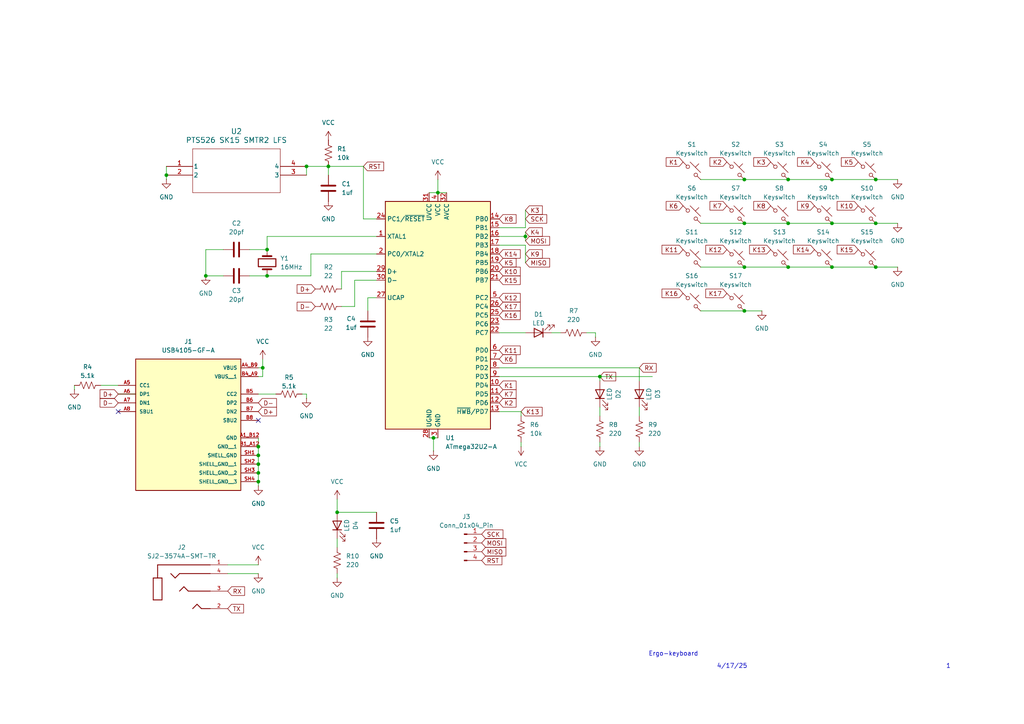
<source format=kicad_sch>
(kicad_sch (version 20231120) (generator "eeschema") (generator_version "8.0")
  (paper "A4")
  (lib_symbols
    (symbol "Connector:Conn_01x04_Pin" (pin_names (offset 1.016) hide)
      (property "Reference" "J" (at 0 5.08 0))
      (property "Value" "Conn_01x04_Pin" (at 0 -7.62 0))
      (symbol "Conn_01x04_Pin_1_1"
        (polyline (pts (xy 1.27 -5.08) (xy 0.8636 -5.08)) (stroke (width 0.1524)))
        (polyline (pts (xy 1.27 -2.54) (xy 0.8636 -2.54)) (stroke (width 0.1524)))
        (polyline (pts (xy 1.27 0) (xy 0.8636 0)) (stroke (width 0.1524)))
        (polyline (pts (xy 1.27 2.54) (xy 0.8636 2.54)) (stroke (width 0.1524)))
        (rectangle (start 0.8636 -4.953) (end 0 -5.207) (stroke (width 0.1524)) (fill (type outline)))
        (rectangle (start 0.8636 -2.413) (end 0 -2.667) (stroke (width 0.1524)) (fill (type outline)))
        (rectangle (start 0.8636 0.127) (end 0 -0.127) (stroke (width 0.1524)) (fill (type outline)))
        (rectangle (start 0.8636 2.667) (end 0 2.413) (stroke (width 0.1524)) (fill (type outline)))
        (pin passive line (at 5.08 2.54 180) (length 3.81) (name "Pin_1") (number "1"))
        (pin passive line (at 5.08 0 180) (length 3.81) (name "Pin_2") (number "2"))
        (pin passive line (at 5.08 -2.54 180) (length 3.81) (name "Pin_3") (number "3"))
        (pin passive line (at 5.08 -5.08 180) (length 3.81) (name "Pin_4") (number "4"))
      )
    )
    (symbol "Device:C" (pin_numbers hide) (pin_names (offset 0.254))
      (property "Reference" "C" (at 0.635 2.54 0))
      (property "Value" "C" (at 0.635 -2.54 0))
      (symbol "C_0_1"
        (polyline (pts (xy -2.032 -0.762) (xy 2.032 -0.762)) (stroke (width 0.508)))
        (polyline (pts (xy -2.032 0.762) (xy 2.032 0.762)) (stroke (width 0.508)))
      )
      (symbol "C_1_1"
        (pin passive line (at 0 3.81 270) (length 2.794) (name "~") (number "1"))
        (pin passive line (at 0 -3.81 90) (length 2.794) (name "~") (number "2"))
      )
    )
    (symbol "Device:Crystal" (pin_numbers hide) (pin_names (offset 1.016) hide)
      (property "Reference" "Y" (at 0 3.81 0))
      (property "Value" "Crystal" (at 0 -3.81 0))
      (symbol "Crystal_0_1"
        (rectangle (start -1.143 2.54) (end 1.143 -2.54) (stroke (width 0.3048)))
        (polyline (pts (xy -2.54 0) (xy -1.905 0)))
        (polyline (pts (xy -1.905 -1.27) (xy -1.905 1.27)) (stroke (width 0.508)))
        (polyline (pts (xy 1.905 -1.27) (xy 1.905 1.27)) (stroke (width 0.508)))
        (polyline (pts (xy 2.54 0) (xy 1.905 0)))
      )
      (symbol "Crystal_1_1"
        (pin passive line (at -3.81 0 0) (length 1.27) (name "1") (number "1"))
        (pin passive line (at 3.81 0 180) (length 1.27) (name "2") (number "2"))
      )
    )
    (symbol "Device:LED" (pin_numbers hide) (pin_names (offset 1.016) hide)
      (property "Reference" "D" (at 0 2.54 0))
      (property "Value" "LED" (at 0 -2.54 0))
      (symbol "LED_0_1"
        (polyline (pts (xy -1.27 -1.27) (xy -1.27 1.27)) (stroke (width 0.254)))
        (polyline (pts (xy -1.27 0) (xy 1.27 0)))
        (polyline (pts (xy 1.27 -1.27) (xy 1.27 1.27) (xy -1.27 0) (xy 1.27 -1.27)) (stroke (width 0.254)))
        (polyline (pts (xy -3.048 -0.762) (xy -4.572 -2.286) (xy -3.81 -2.286) (xy -4.572 -2.286) (xy -4.572 -1.524)))
        (polyline (pts (xy -1.778 -0.762) (xy -3.302 -2.286) (xy -2.54 -2.286) (xy -3.302 -2.286) (xy -3.302 -1.524)))
      )
      (symbol "LED_1_1"
        (pin passive line (at -3.81 0 0) (length 2.54) (name "K") (number "1"))
        (pin passive line (at 3.81 0 180) (length 2.54) (name "A") (number "2"))
      )
    )
    (symbol "Device:R_US" (pin_numbers hide) (pin_names (offset 0))
      (property "Reference" "R" (at 2.54 0 90))
      (property "Value" "R_US" (at -2.54 0 90))
      (symbol "R_US_0_1"
        (polyline (pts (xy 0 -2.286) (xy 0 -2.54)))
        (polyline (pts (xy 0 2.286) (xy 0 2.54)))
        (polyline (pts (xy 0 -0.762) (xy 1.016 -1.143) (xy 0 -1.524) (xy -1.016 -1.905) (xy 0 -2.286)))
        (polyline (pts (xy 0 0.762) (xy 1.016 0.381) (xy 0 0) (xy -1.016 -0.381) (xy 0 -0.762)))
        (polyline (pts (xy 0 2.286) (xy 1.016 1.905) (xy 0 1.524) (xy -1.016 1.143) (xy 0 0.762)))
      )
      (symbol "R_US_1_1"
        (pin passive line (at 0 3.81 270) (length 1.27) (name "~") (number "1"))
        (pin passive line (at 0 -3.81 90) (length 1.27) (name "~") (number "2"))
      )
    )
    (symbol "MCU_Microchip_ATmega:ATmega32U2-A"
      (property "Reference" "U" (at -15.24 34.29 0))
      (property "Value" "ATmega32U2-A" (at 2.54 -34.29 0))
      (symbol "ATmega32U2-A_0_1"
        (rectangle (start -15.24 -33.02) (end 15.24 33.02) (stroke (width 0.254)) (fill (type background)))
      )
      (symbol "ATmega32U2-A_1_1"
        (pin input line (at -17.78 22.86 0) (length 2.54) (name "XTAL1") (number "1"))
        (pin bidirectional line (at 17.78 -20.32 180) (length 2.54) (name "PD4") (number "10"))
        (pin bidirectional line (at 17.78 -22.86 180) (length 2.54) (name "PD5") (number "11"))
        (pin bidirectional line (at 17.78 -25.4 180) (length 2.54) (name "PD6") (number "12"))
        (pin bidirectional line (at 17.78 -27.94 180) (length 2.54) (name "~{HWB}/PD7") (number "13"))
        (pin bidirectional line (at 17.78 27.94 180) (length 2.54) (name "PB0") (number "14"))
        (pin bidirectional line (at 17.78 25.4 180) (length 2.54) (name "PB1") (number "15"))
        (pin bidirectional line (at 17.78 22.86 180) (length 2.54) (name "PB2") (number "16"))
        (pin bidirectional line (at 17.78 20.32 180) (length 2.54) (name "PB3") (number "17"))
        (pin bidirectional line (at 17.78 17.78 180) (length 2.54) (name "PB4") (number "18"))
        (pin bidirectional line (at 17.78 15.24 180) (length 2.54) (name "PB5") (number "19"))
        (pin bidirectional line (at -17.78 17.78 0) (length 2.54) (name "PC0/XTAL2") (number "2"))
        (pin bidirectional line (at 17.78 12.7 180) (length 2.54) (name "PB6") (number "20"))
        (pin bidirectional line (at 17.78 10.16 180) (length 2.54) (name "PB7") (number "21"))
        (pin bidirectional line (at 17.78 -5.08 180) (length 2.54) (name "PC7") (number "22"))
        (pin bidirectional line (at 17.78 -2.54 180) (length 2.54) (name "PC6") (number "23"))
        (pin bidirectional line (at -17.78 27.94 0) (length 2.54) (name "PC1/~{RESET}") (number "24"))
        (pin bidirectional line (at 17.78 0 180) (length 2.54) (name "PC5") (number "25"))
        (pin bidirectional line (at 17.78 2.54 180) (length 2.54) (name "PC4") (number "26"))
        (pin passive line (at -17.78 5.08 0) (length 2.54) (name "UCAP") (number "27"))
        (pin power_in line (at -2.54 -35.56 90) (length 2.54) (name "UGND") (number "28"))
        (pin bidirectional line (at -17.78 12.7 0) (length 2.54) (name "D+") (number "29"))
        (pin power_in line (at 0 -35.56 90) (length 2.54) (name "GND") (number "3"))
        (pin bidirectional line (at -17.78 10.16 0) (length 2.54) (name "D-") (number "30"))
        (pin power_in line (at -2.54 35.56 270) (length 2.54) (name "UVCC") (number "31"))
        (pin power_in line (at 2.54 35.56 270) (length 2.54) (name "AVCC") (number "32"))
        (pin power_in line (at 0 35.56 270) (length 2.54) (name "VCC") (number "4"))
        (pin bidirectional line (at 17.78 5.08 180) (length 2.54) (name "PC2") (number "5"))
        (pin bidirectional line (at 17.78 -10.16 180) (length 2.54) (name "PD0") (number "6"))
        (pin bidirectional line (at 17.78 -12.7 180) (length 2.54) (name "PD1") (number "7"))
        (pin bidirectional line (at 17.78 -15.24 180) (length 2.54) (name "PD2") (number "8"))
        (pin bidirectional line (at 17.78 -17.78 180) (length 2.54) (name "PD3") (number "9"))
      )
    )
    (symbol "PTS526SK15SMTR2 LFS:PTS526_SK15_SMTR2_LFS" (pin_names (offset 0.254))
      (property "Reference" "U" (at 20.32 10.16 0))
      (property "Value" "PTS526 SK15 SMTR2 LFS" (at 20.32 7.62 0))
      (symbol "PTS526_SK15_SMTR2_LFS_0_1"
        (polyline (pts (xy 7.62 -7.62) (xy 33.02 -7.62)) (stroke (width 0.127)))
        (polyline (pts (xy 7.62 5.08) (xy 7.62 -7.62)) (stroke (width 0.127)))
        (polyline (pts (xy 33.02 -7.62) (xy 33.02 5.08)) (stroke (width 0.127)))
        (polyline (pts (xy 33.02 5.08) (xy 7.62 5.08)) (stroke (width 0.127)))
        (pin unspecified line (at 0 0 0) (length 7.62) (name "1") (number "1"))
        (pin unspecified line (at 0 -2.54 0) (length 7.62) (name "2") (number "2"))
        (pin unspecified line (at 40.64 -2.54 180) (length 7.62) (name "3") (number "3"))
        (pin unspecified line (at 40.64 0 180) (length 7.62) (name "4") (number "4"))
      )
    )
    (symbol "SJ2-3574A-SMT-TR:SJ2-3574A-SMT-TR" (pin_names (offset 1.016))
      (property "Reference" "J" (at -7.62 8.382 0))
      (property "Value" "SJ2-3574A-SMT-TR" (at -7.62 -7.62 0))
      (symbol "SJ2-3574A-SMT-TR_0_0"
        (polyline (pts (xy -8.89 -2.54) (xy -8.89 3.81)) (stroke (width 0.254)))
        (polyline (pts (xy -8.89 3.81) (xy -7.62 3.81)) (stroke (width 0.254)))
        (polyline (pts (xy -7.62 3.81) (xy -7.62 7.62)) (stroke (width 0.254)))
        (polyline (pts (xy -7.62 3.81) (xy -6.35 3.81)) (stroke (width 0.254)))
        (polyline (pts (xy -7.62 7.62) (xy 7.62 7.62)) (stroke (width 0.254)))
        (polyline (pts (xy -6.35 -2.54) (xy -8.89 -2.54)) (stroke (width 0.254)))
        (polyline (pts (xy -6.35 3.81) (xy -6.35 -2.54)) (stroke (width 0.254)))
        (polyline (pts (xy -3.81 5.08) (xy -2.54 3.81)) (stroke (width 0.254)))
        (polyline (pts (xy -2.54 3.81) (xy -1.27 5.08)) (stroke (width 0.254)))
        (polyline (pts (xy -1.27 0) (xy 0 1.27)) (stroke (width 0.254)))
        (polyline (pts (xy -1.27 5.08) (xy 7.62 5.08)) (stroke (width 0.254)))
        (polyline (pts (xy 0 1.27) (xy 1.27 0)) (stroke (width 0.254)))
        (polyline (pts (xy 1.27 0) (xy 7.62 0)) (stroke (width 0.254)))
        (polyline (pts (xy 2.54 -5.08) (xy 3.81 -3.81)) (stroke (width 0.254)))
        (polyline (pts (xy 3.81 -3.81) (xy 5.08 -5.08)) (stroke (width 0.254)))
        (polyline (pts (xy 5.08 -5.08) (xy 7.62 -5.08)) (stroke (width 0.254)))
        (pin passive line (at 12.7 7.62 180) (length 5.08) (name "~") (number "1"))
        (pin passive line (at 12.7 -5.08 180) (length 5.08) (name "~") (number "2"))
        (pin passive line (at 12.7 0 180) (length 5.08) (name "~") (number "3"))
        (pin passive line (at 12.7 5.08 180) (length 5.08) (name "~") (number "4"))
      )
    )
    (symbol "ScottoKeebs:Placeholder_Keyswitch" (pin_numbers hide) (pin_names (offset 1.016) hide)
      (property "Reference" "S" (at 3.048 1.016 0))
      (property "Value" "Keyswitch" (at 0 -3.81 0))
      (symbol "Placeholder_Keyswitch_0_1"
        (circle (center -1.1684 1.1684) (radius 0.508))
        (polyline (pts (xy -0.508 2.54) (xy 2.54 -0.508)))
        (polyline (pts (xy 1.016 1.016) (xy 2.032 2.032)))
        (polyline (pts (xy -2.54 2.54) (xy -1.524 1.524) (xy -1.524 1.524)))
        (polyline (pts (xy 1.524 -1.524) (xy 2.54 -2.54) (xy 2.54 -2.54) (xy 2.54 -2.54)))
        (circle (center 1.143 -1.1938) (radius 0.508))
        (pin passive line (at -2.54 2.54 0) (length 0) (name "1") (number "1"))
        (pin passive line (at 2.54 -2.54 180) (length 0) (name "2") (number "2"))
      )
    )
    (symbol "USB_C:USB4105-GF-A" (pin_names (offset 1.016))
      (property "Reference" "J" (at -15.24 13.97 0))
      (property "Value" "USB4105-GF-A" (at -15.24 -27.94 0))
      (symbol "USB4105-GF-A_0_0"
        (rectangle (start -15.24 -25.4) (end 15.24 12.7) (stroke (width 0.254)) (fill (type background)))
        (pin power_in line (at 20.32 -10.16 180) (length 5.08) (name "GND") (number "A1_B12"))
        (pin power_in line (at 20.32 10.16 180) (length 5.08) (name "VBUS") (number "A4_B9"))
        (pin bidirectional line (at -20.32 5.08 0) (length 5.08) (name "CC1") (number "A5"))
        (pin bidirectional line (at -20.32 2.54 0) (length 5.08) (name "DP1") (number "A6"))
        (pin bidirectional line (at -20.32 0 0) (length 5.08) (name "DN1") (number "A7"))
        (pin bidirectional line (at -20.32 -2.54 0) (length 5.08) (name "SBU1") (number "A8"))
        (pin power_in line (at 20.32 -12.7 180) (length 5.08) (name "GND__1") (number "B1_A12"))
        (pin power_in line (at 20.32 7.62 180) (length 5.08) (name "VBUS__1") (number "B4_A9"))
        (pin bidirectional line (at 20.32 2.54 180) (length 5.08) (name "CC2") (number "B5"))
        (pin bidirectional line (at 20.32 0 180) (length 5.08) (name "DP2") (number "B6"))
        (pin bidirectional line (at 20.32 -2.54 180) (length 5.08) (name "DN2") (number "B7"))
        (pin bidirectional line (at 20.32 -5.08 180) (length 5.08) (name "SBU2") (number "B8"))
        (pin power_in line (at 20.32 -15.24 180) (length 5.08) (name "SHELL_GND") (number "SH1"))
        (pin power_in line (at 20.32 -17.78 180) (length 5.08) (name "SHELL_GND__1") (number "SH2"))
        (pin power_in line (at 20.32 -20.32 180) (length 5.08) (name "SHELL_GND__2") (number "SH3"))
        (pin power_in line (at 20.32 -22.86 180) (length 5.08) (name "SHELL_GND__3") (number "SH4"))
      )
    )
    (symbol "power:GND" (power) (pin_numbers hide) (pin_names (offset 0) hide)
      (property "Value" "GND" (at 0 -3.81 0))
      (symbol "GND_0_1"
        (polyline (pts (xy 0 0) (xy 0 -1.27) (xy 1.27 -1.27) (xy 0 -2.54) (xy -1.27 -1.27) (xy 0 -1.27)))
      )
      (symbol "GND_1_1"
        (pin power_in line (at 0 0 270) (length 0) (name "~") (number "1"))
      )
    )
    (symbol "power:VCC" (power) (pin_numbers hide) (pin_names (offset 0) hide)
      (property "Value" "VCC" (at 0 3.556 0))
      (symbol "VCC_0_1"
        (polyline (pts (xy -0.762 1.27) (xy 0 2.54)))
        (polyline (pts (xy 0 0) (xy 0 2.54)))
        (polyline (pts (xy 0 2.54) (xy 0.762 1.27)))
      )
      (symbol "VCC_1_1"
        (pin power_in line (at 0 0 90) (length 0) (name "~") (number "1"))
      )
    )
  )
  (junction (at 95.25 48.26))
  (junction (at 74.93 132.08))
  (junction (at 228.6 52.07))
  (junction (at 125.73 127))
  (junction (at 77.47 72.39))
  (junction (at 48.26 50.8))
  (junction (at 88.9 48.26))
  (junction (at 215.9 90.17))
  (junction (at 228.6 64.77))
  (junction (at 77.47 80.01))
  (junction (at 74.93 137.16))
  (junction (at 254 77.47))
  (junction (at 74.93 139.7))
  (junction (at 215.9 52.07))
  (junction (at 241.3 77.47))
  (junction (at 241.3 52.07))
  (junction (at 173.99 109.22))
  (junction (at 127 55.88))
  (junction (at 254 52.07))
  (junction (at 228.6 77.47))
  (junction (at 59.69 80.01))
  (junction (at 215.9 77.47))
  (junction (at 152.4 68.58))
  (junction (at 241.3 64.77))
  (junction (at 74.93 134.62))
  (junction (at 97.79 148.59))
  (junction (at 76.2 106.68))
  (junction (at 215.9 64.77))
  (junction (at 74.93 129.54))
  (junction (at 254 64.77))
  (no_connect (at 74.93 121.92))
  (no_connect (at 34.29 119.38))
  (wire (pts (xy 160.02 96.52) (xy 162.56 96.52)))
  (wire (pts (xy 74.93 134.62) (xy 74.93 137.16)))
  (wire (pts (xy 203.2 52.07) (xy 215.9 52.07)))
  (wire (pts (xy 144.78 119.38) (xy 151.13 119.38)))
  (wire (pts (xy 125.73 127) (xy 125.73 130.81)))
  (wire (pts (xy 102.87 81.28) (xy 102.87 88.9)))
  (wire (pts (xy 74.93 114.3) (xy 80.01 114.3)))
  (wire (pts (xy 109.22 78.74) (xy 99.06 78.74)))
  (wire (pts (xy 125.73 127) (xy 127 127)))
  (wire (pts (xy 241.3 64.77) (xy 254 64.77)))
  (wire (pts (xy 74.93 106.68) (xy 76.2 106.68)))
  (wire (pts (xy 74.93 139.7) (xy 74.93 140.97)))
  (wire (pts (xy 74.93 137.16) (xy 74.93 139.7)))
  (wire (pts (xy 173.99 128.27) (xy 173.99 129.54)))
  (wire (pts (xy 74.93 129.54) (xy 74.93 132.08)))
  (wire (pts (xy 215.9 52.07) (xy 228.6 52.07)))
  (wire (pts (xy 151.13 128.27) (xy 151.13 129.54)))
  (wire (pts (xy 254 52.07) (xy 260.35 52.07)))
  (wire (pts (xy 34.29 114.3) (xy 39.37 114.3)))
  (wire (pts (xy 228.6 52.07) (xy 241.3 52.07)))
  (wire (pts (xy 152.4 66.04) (xy 144.78 66.04)))
  (wire (pts (xy 215.9 90.17) (xy 220.98 90.17)))
  (wire (pts (xy 152.4 60.96) (xy 152.4 66.04)))
  (wire (pts (xy 88.9 48.26) (xy 95.25 48.26)))
  (wire (pts (xy 29.21 111.76) (xy 34.29 111.76)))
  (wire (pts (xy 76.2 106.68) (xy 76.2 104.14)))
  (wire (pts (xy 124.46 55.88) (xy 127 55.88)))
  (wire (pts (xy 88.9 48.26) (xy 88.9 50.8)))
  (wire (pts (xy 72.39 80.01) (xy 77.47 80.01)))
  (wire (pts (xy 66.04 163.83) (xy 74.93 163.83)))
  (wire (pts (xy 185.42 118.11) (xy 185.42 120.65)))
  (wire (pts (xy 97.79 166.37) (xy 97.79 167.64)))
  (wire (pts (xy 203.2 64.77) (xy 215.9 64.77)))
  (wire (pts (xy 102.87 88.9) (xy 99.06 88.9)))
  (wire (pts (xy 215.9 77.47) (xy 228.6 77.47)))
  (wire (pts (xy 254 64.77) (xy 260.35 64.77)))
  (wire (pts (xy 77.47 68.58) (xy 77.47 72.39)))
  (wire (pts (xy 144.78 96.52) (xy 152.4 96.52)))
  (wire (pts (xy 88.9 115.57) (xy 88.9 114.3)))
  (wire (pts (xy 48.26 48.26) (xy 48.26 50.8)))
  (wire (pts (xy 203.2 90.17) (xy 215.9 90.17)))
  (wire (pts (xy 59.69 80.01) (xy 64.77 80.01)))
  (wire (pts (xy 241.3 77.47) (xy 254 77.47)))
  (wire (pts (xy 152.4 68.58) (xy 144.78 68.58)))
  (wire (pts (xy 95.25 48.26) (xy 95.25 50.8)))
  (wire (pts (xy 109.22 81.28) (xy 102.87 81.28)))
  (wire (pts (xy 48.26 52.07) (xy 48.26 50.8)))
  (wire (pts (xy 127 55.88) (xy 129.54 55.88)))
  (wire (pts (xy 254 77.47) (xy 260.35 77.47)))
  (wire (pts (xy 109.22 73.66) (xy 90.17 73.66)))
  (wire (pts (xy 106.68 86.36) (xy 106.68 90.17)))
  (wire (pts (xy 152.4 67.31) (xy 152.4 68.58)))
  (wire (pts (xy 185.42 128.27) (xy 185.42 129.54)))
  (wire (pts (xy 173.99 109.22) (xy 189.23 109.22)))
  (wire (pts (xy 215.9 64.77) (xy 228.6 64.77)))
  (wire (pts (xy 109.22 68.58) (xy 77.47 68.58)))
  (wire (pts (xy 124.46 127) (xy 125.73 127)))
  (wire (pts (xy 173.99 118.11) (xy 173.99 120.65)))
  (wire (pts (xy 59.69 72.39) (xy 59.69 80.01)))
  (wire (pts (xy 172.72 96.52) (xy 170.18 96.52)))
  (wire (pts (xy 97.79 144.78) (xy 97.79 148.59)))
  (wire (pts (xy 228.6 64.77) (xy 241.3 64.77)))
  (wire (pts (xy 152.4 68.58) (xy 152.4 69.85)))
  (wire (pts (xy 90.17 80.01) (xy 77.47 80.01)))
  (wire (pts (xy 99.06 78.74) (xy 99.06 83.82)))
  (wire (pts (xy 95.25 48.26) (xy 105.41 48.26)))
  (wire (pts (xy 90.17 73.66) (xy 90.17 80.01)))
  (wire (pts (xy 97.79 156.21) (xy 97.79 158.75)))
  (wire (pts (xy 241.3 52.07) (xy 254 52.07)))
  (wire (pts (xy 74.93 127) (xy 74.93 129.54)))
  (wire (pts (xy 144.78 109.22) (xy 173.99 109.22)))
  (wire (pts (xy 88.9 114.3) (xy 87.63 114.3)))
  (wire (pts (xy 152.4 71.12) (xy 152.4 76.2)))
  (wire (pts (xy 74.93 132.08) (xy 74.93 134.62)))
  (wire (pts (xy 72.39 72.39) (xy 77.47 72.39)))
  (wire (pts (xy 144.78 106.68) (xy 185.42 106.68)))
  (wire (pts (xy 76.2 109.22) (xy 76.2 106.68)))
  (wire (pts (xy 21.59 113.03) (xy 21.59 111.76)))
  (wire (pts (xy 59.69 72.39) (xy 64.77 72.39)))
  (wire (pts (xy 144.78 71.12) (xy 152.4 71.12)))
  (wire (pts (xy 151.13 119.38) (xy 151.13 120.65)))
  (wire (pts (xy 185.42 106.68) (xy 185.42 110.49)))
  (wire (pts (xy 228.6 77.47) (xy 241.3 77.47)))
  (wire (pts (xy 173.99 110.49) (xy 173.99 109.22)))
  (wire (pts (xy 105.41 48.26) (xy 105.41 63.5)))
  (wire (pts (xy 66.04 166.37) (xy 74.93 166.37)))
  (wire (pts (xy 97.79 148.59) (xy 109.22 148.59)))
  (wire (pts (xy 76.2 109.22) (xy 74.93 109.22)))
  (wire (pts (xy 105.41 63.5) (xy 109.22 63.5)))
  (wire (pts (xy 109.22 86.36) (xy 106.68 86.36)))
  (wire (pts (xy 127 52.07) (xy 127 55.88)))
  (wire (pts (xy 203.2 77.47) (xy 215.9 77.47)))
  (wire (pts (xy 172.72 96.52) (xy 172.72 97.79)))
  (text "1" (at 275.082 193.294 0) (effects (font (size 1.27 1.27))))
  (text "Ergo-keyboard" (at 195.326 189.738 0) (effects (font (size 1.27 1.27))))
  (text "4/17/25" (at 212.344 193.294 0) (effects (font (size 1.27 1.27))))
  (global_label "TX" (shape input) (at 66.04 176.53 0) (property "Intersheetrefs" "${INTERSHEET_REFS}" (effects (hide yes))))
  (global_label "K4" (shape input) (at 152.4 67.31 0) (property "Intersheetrefs" "${INTERSHEET_REFS}" (effects (hide yes))))
  (global_label "D+" (shape input) (at 34.29 114.3 180) (property "Intersheetrefs" "${INTERSHEET_REFS}" (effects (hide yes))))
  (global_label "MOSI" (shape input) (at 139.7 157.48 0) (property "Intersheetrefs" "${INTERSHEET_REFS}" (effects (hide yes))))
  (global_label "K5" (shape input) (at 248.92 46.99 180) (property "Intersheetrefs" "${INTERSHEET_REFS}" (effects (hide yes))))
  (global_label "K10" (shape input) (at 144.78 78.74 0) (property "Intersheetrefs" "${INTERSHEET_REFS}" (effects (hide yes))))
  (global_label "SCK" (shape input) (at 139.7 154.94 0) (property "Intersheetrefs" "${INTERSHEET_REFS}" (effects (hide yes))))
  (global_label "D-" (shape input) (at 91.44 88.9 180) (property "Intersheetrefs" "${INTERSHEET_REFS}" (effects (hide yes))))
  (global_label "K13" (shape input) (at 151.13 119.38 0) (property "Intersheetrefs" "${INTERSHEET_REFS}" (effects (hide yes))))
  (global_label "K4" (shape input) (at 236.22 46.99 180) (property "Intersheetrefs" "${INTERSHEET_REFS}" (effects (hide yes))))
  (global_label "K3" (shape input) (at 152.4 60.96 0) (property "Intersheetrefs" "${INTERSHEET_REFS}" (effects (hide yes))))
  (global_label "MOSI" (shape input) (at 152.4 69.85 0) (property "Intersheetrefs" "${INTERSHEET_REFS}" (effects (hide yes))))
  (global_label "K6" (shape input) (at 198.12 59.69 180) (property "Intersheetrefs" "${INTERSHEET_REFS}" (effects (hide yes))))
  (global_label "K1" (shape input) (at 144.78 111.76 0) (property "Intersheetrefs" "${INTERSHEET_REFS}" (effects (hide yes))))
  (global_label "RST" (shape input) (at 139.7 162.56 0) (property "Intersheetrefs" "${INTERSHEET_REFS}" (effects (hide yes))))
  (global_label "K8" (shape input) (at 223.52 59.69 180) (property "Intersheetrefs" "${INTERSHEET_REFS}" (effects (hide yes))))
  (global_label "K17" (shape input) (at 210.82 85.09 180) (property "Intersheetrefs" "${INTERSHEET_REFS}" (effects (hide yes))))
  (global_label "K16" (shape input) (at 144.78 91.44 0) (property "Intersheetrefs" "${INTERSHEET_REFS}" (effects (hide yes))))
  (global_label "K1" (shape input) (at 198.12 46.99 180) (property "Intersheetrefs" "${INTERSHEET_REFS}" (effects (hide yes))))
  (global_label "K6" (shape input) (at 144.78 104.14 0) (property "Intersheetrefs" "${INTERSHEET_REFS}" (effects (hide yes))))
  (global_label "K14" (shape input) (at 236.22 72.39 180) (property "Intersheetrefs" "${INTERSHEET_REFS}" (effects (hide yes))))
  (global_label "K15" (shape input) (at 144.78 81.28 0) (property "Intersheetrefs" "${INTERSHEET_REFS}" (effects (hide yes))))
  (global_label "D+" (shape input) (at 74.93 119.38 0) (property "Intersheetrefs" "${INTERSHEET_REFS}" (effects (hide yes))))
  (global_label "RX" (shape input) (at 185.42 106.68 0) (property "Intersheetrefs" "${INTERSHEET_REFS}" (effects (hide yes))))
  (global_label "K11" (shape input) (at 144.78 101.6 0) (property "Intersheetrefs" "${INTERSHEET_REFS}" (effects (hide yes))))
  (global_label "K10" (shape input) (at 248.92 59.69 180) (property "Intersheetrefs" "${INTERSHEET_REFS}" (effects (hide yes))))
  (global_label "MISO" (shape input) (at 152.4 76.2 0) (property "Intersheetrefs" "${INTERSHEET_REFS}" (effects (hide yes))))
  (global_label "K2" (shape input) (at 144.78 116.84 0) (property "Intersheetrefs" "${INTERSHEET_REFS}" (effects (hide yes))))
  (global_label "D+" (shape input) (at 91.44 83.82 180) (property "Intersheetrefs" "${INTERSHEET_REFS}" (effects (hide yes))))
  (global_label "K15" (shape input) (at 248.92 72.39 180) (property "Intersheetrefs" "${INTERSHEET_REFS}" (effects (hide yes))))
  (global_label "K13" (shape input) (at 223.52 72.39 180) (property "Intersheetrefs" "${INTERSHEET_REFS}" (effects (hide yes))))
  (global_label "RX" (shape input) (at 66.04 171.45 0) (property "Intersheetrefs" "${INTERSHEET_REFS}" (effects (hide yes))))
  (global_label "K14" (shape input) (at 144.78 73.66 0) (property "Intersheetrefs" "${INTERSHEET_REFS}" (effects (hide yes))))
  (global_label "D-" (shape input) (at 74.93 116.84 0) (property "Intersheetrefs" "${INTERSHEET_REFS}" (effects (hide yes))))
  (global_label "K9" (shape input) (at 152.4 73.66 0) (property "Intersheetrefs" "${INTERSHEET_REFS}" (effects (hide yes))))
  (global_label "SCK" (shape input) (at 152.4 63.5 0) (property "Intersheetrefs" "${INTERSHEET_REFS}" (effects (hide yes))))
  (global_label "K7" (shape input) (at 144.78 114.3 0) (property "Intersheetrefs" "${INTERSHEET_REFS}" (effects (hide yes))))
  (global_label "K11" (shape input) (at 198.12 72.39 180) (property "Intersheetrefs" "${INTERSHEET_REFS}" (effects (hide yes))))
  (global_label "K16" (shape input) (at 198.12 85.09 180) (property "Intersheetrefs" "${INTERSHEET_REFS}" (effects (hide yes))))
  (global_label "K8" (shape input) (at 144.78 63.5 0) (property "Intersheetrefs" "${INTERSHEET_REFS}" (effects (hide yes))))
  (global_label "K5" (shape input) (at 144.78 76.2 0) (property "Intersheetrefs" "${INTERSHEET_REFS}" (effects (hide yes))))
  (global_label "RST" (shape input) (at 105.41 48.26 0) (property "Intersheetrefs" "${INTERSHEET_REFS}" (effects (hide yes))))
  (global_label "K9" (shape input) (at 236.22 59.69 180) (property "Intersheetrefs" "${INTERSHEET_REFS}" (effects (hide yes))))
  (global_label "K7" (shape input) (at 210.82 59.69 180) (property "Intersheetrefs" "${INTERSHEET_REFS}" (effects (hide yes))))
  (global_label "K2" (shape input) (at 210.82 46.99 180) (property "Intersheetrefs" "${INTERSHEET_REFS}" (effects (hide yes))))
  (global_label "K3" (shape input) (at 223.52 46.99 180) (property "Intersheetrefs" "${INTERSHEET_REFS}" (effects (hide yes))))
  (global_label "K17" (shape input) (at 144.78 88.9 0) (property "Intersheetrefs" "${INTERSHEET_REFS}" (effects (hide yes))))
  (global_label "TX" (shape input) (at 173.99 109.22 0) (property "Intersheetrefs" "${INTERSHEET_REFS}" (effects (hide yes))))
  (global_label "K12" (shape input) (at 210.82 72.39 180) (property "Intersheetrefs" "${INTERSHEET_REFS}" (effects (hide yes))))
  (global_label "D-" (shape input) (at 34.29 116.84 180) (property "Intersheetrefs" "${INTERSHEET_REFS}" (effects (hide yes))))
  (global_label "K12" (shape input) (at 144.78 86.36 0) (property "Intersheetrefs" "${INTERSHEET_REFS}" (effects (hide yes))))
  (global_label "MISO" (shape input) (at 139.7 160.02 0) (property "Intersheetrefs" "${INTERSHEET_REFS}" (effects (hide yes))))
  (symbol (lib_id "power:GND") (at 260.35 52.07 0) (unit 1)
    (property "Reference" "#PWR03" (effects (hide yes)))
    (property "Value" "GND" (at 260.35 57.15 0))
    (property "Description" "Power symbol creates a global label with name \"GND\" , ground" (effects (hide yes)))
  )
  (symbol (lib_id "power:GND") (at 95.25 58.42 0) (unit 1)
    (property "Reference" "#PWR09" (effects (hide yes)))
    (property "Value" "GND" (at 95.25 63.5 0))
    (property "Description" "Power symbol creates a global label with name \"GND\" , ground" (effects (hide yes)))
  )
  (symbol (lib_id "power:GND") (at 109.22 156.21 0) (unit 1)
    (property "Reference" "#PWR013" (effects (hide yes)))
    (property "Value" "GND" (at 109.22 161.29 0))
    (property "Description" "Power symbol creates a global label with name \"GND\" , ground" (effects (hide yes)))
  )
  (symbol (lib_id "Device:C") (at 109.22 152.4 180) (unit 1)
    (property "Reference" "C5" (at 113.03 151.1299 0) (effects (justify right)))
    (property "Value" "1uf" (at 113.03 153.6699 0) (effects (justify right)))
    (property "Footprint" "Capacitor_SMD:C_0805_2012Metric" (effects (hide yes)))
    (property "Description" "Unpolarized capacitor" (effects (hide yes)))
  )
  (symbol (lib_id "ScottoKeebs:Placeholder_Keyswitch") (at 226.06 62.23 0) (unit 1)
    (property "Reference" "S8" (at 226.06 54.61 0))
    (property "Value" "Keyswitch" (at 226.06 57.15 0))
    (property "Footprint" "Mech_Keyboard:SW_Gateron_LowProfile_THT_New" (effects (hide yes)))
    (property "Description" "Push button switch, normally open, two pins, 45° tilted" (effects (hide yes)))
  )
  (symbol (lib_id "power:VCC") (at 95.25 40.64 0) (unit 1)
    (property "Reference" "#PWR07" (effects (hide yes)))
    (property "Value" "VCC" (at 95.25 35.56 0))
    (property "Description" "Power symbol creates a global label with name \"VCC\"" (effects (hide yes)))
  )
  (symbol (lib_id "power:VCC") (at 127 52.07 0) (unit 1)
    (property "Reference" "#PWR01" (effects (hide yes)))
    (property "Value" "VCC" (at 127 46.99 0))
    (property "Description" "Power symbol creates a global label with name \"VCC\"" (effects (hide yes)))
  )
  (symbol (lib_id "ScottoKeebs:Placeholder_Keyswitch") (at 226.06 49.53 0) (unit 1)
    (property "Reference" "S3" (at 226.06 41.91 0))
    (property "Value" "Keyswitch" (at 226.06 44.45 0))
    (property "Footprint" "Mech_Keyboard:SW_Gateron_LowProfile_THT_New" (effects (hide yes)))
    (property "Description" "Push button switch, normally open, two pins, 45° tilted" (effects (hide yes)))
  )
  (symbol (lib_id "power:GND") (at 97.79 167.64 0) (unit 1)
    (property "Reference" "#PWR021" (effects (hide yes)))
    (property "Value" "GND" (at 97.79 172.72 0))
    (property "Description" "Power symbol creates a global label with name \"GND\" , ground" (effects (hide yes)))
  )
  (symbol (lib_id "ScottoKeebs:Placeholder_Keyswitch") (at 213.36 74.93 0) (unit 1)
    (property "Reference" "S12" (at 213.36 67.31 0))
    (property "Value" "Keyswitch" (at 213.36 69.85 0))
    (property "Footprint" "Mech_Keyboard:SW_Gateron_LowProfile_THT_New" (effects (hide yes)))
    (property "Description" "Push button switch, normally open, two pins, 45° tilted" (effects (hide yes)))
  )
  (symbol (lib_id "MCU_Microchip_ATmega:ATmega32U2-A") (at 127 91.44 0) (unit 1)
    (property "Reference" "U1" (at 129.1941 127 0) (effects (justify left)))
    (property "Value" "ATmega32U2-A" (at 129.1941 129.54 0) (effects (justify left)))
    (property "Footprint" "Package_QFP:TQFP-32_7x7mm_P0.8mm" (effects (hide yes)))
    (property "Datasheet" "http://ww1.microchip.com/downloads/en/DeviceDoc/doc7799.pdf" (effects (hide yes)))
    (property "Description" "16MHz, 32kB Flash, 1kB SRAM, 1kB EEPROM, TQFP-32" (effects (hide yes)))
  )
  (symbol (lib_id "ScottoKeebs:Placeholder_Keyswitch") (at 251.46 74.93 0) (unit 1)
    (property "Reference" "S15" (at 251.46 67.31 0))
    (property "Value" "Keyswitch" (at 251.46 69.85 0))
    (property "Footprint" "Mech_Keyboard:SW_Gateron_LowProfile_THT_New" (effects (hide yes)))
    (property "Description" "Push button switch, normally open, two pins, 45° tilted" (effects (hide yes)))
  )
  (symbol (lib_id "ScottoKeebs:Placeholder_Keyswitch") (at 238.76 49.53 0) (unit 1)
    (property "Reference" "S4" (at 238.76 41.91 0))
    (property "Value" "Keyswitch" (at 238.76 44.45 0))
    (property "Footprint" "Mech_Keyboard:SW_Gateron_LowProfile_THT_New" (effects (hide yes)))
    (property "Description" "Push button switch, normally open, two pins, 45° tilted" (effects (hide yes)))
  )
  (symbol (lib_id "power:GND") (at 74.93 140.97 0) (unit 1)
    (property "Reference" "#PWR025" (effects (hide yes)))
    (property "Value" "GND" (at 74.93 146.05 0))
    (property "Description" "Power symbol creates a global label with name \"GND\" , ground" (effects (hide yes)))
  )
  (symbol (lib_id "Device:C") (at 95.25 54.61 0) (unit 1)
    (property "Reference" "C1" (at 99.06 53.3399 0) (effects (justify left)))
    (property "Value" "1uf" (at 99.06 55.8799 0) (effects (justify left)))
    (property "Footprint" "Capacitor_SMD:C_0805_2012Metric" (effects (hide yes)))
    (property "Description" "Unpolarized capacitor" (effects (hide yes)))
  )
  (symbol (lib_id "Device:R_US") (at 95.25 44.45 0) (unit 1)
    (property "Reference" "R1" (at 97.79 43.1799 0) (effects (justify left)))
    (property "Value" "10k" (at 97.79 45.7199 0) (effects (justify left)))
    (property "Footprint" "Resistor_SMD:R_0805_2012Metric" (effects (hide yes)))
    (property "Description" "Resistor, US symbol" (effects (hide yes)))
  )
  (symbol (lib_id "power:GND") (at 21.59 113.03 0) (unit 1)
    (property "Reference" "#PWR029" (effects (hide yes)))
    (property "Value" "GND" (at 21.59 118.11 0))
    (property "Description" "Power symbol creates a global label with name \"GND\" , ground" (effects (hide yes)))
  )
  (symbol (lib_id "Device:C") (at 106.68 93.98 180) (unit 1)
    (property "Reference" "C4" (at 101.854 92.456 0))
    (property "Value" "1uf" (at 101.854 94.996 0))
    (property "Footprint" "Capacitor_SMD:C_0805_2012Metric" (effects (hide yes)))
    (property "Description" "Unpolarized capacitor" (effects (hide yes)))
  )
  (symbol (lib_id "power:GND") (at 74.93 166.37 0) (unit 1)
    (property "Reference" "#PWR014" (effects (hide yes)))
    (property "Value" "GND" (at 74.93 171.45 0))
    (property "Description" "Power symbol creates a global label with name \"GND\" , ground" (effects (hide yes)))
  )
  (symbol (lib_id "Device:LED") (at 173.99 114.3 90) (unit 1)
    (property "Reference" "D2" (at 179.324 114.3 0))
    (property "Value" "LED" (at 176.784 114.3 0))
    (property "Footprint" "LED_SMD:LED_0805_2012Metric" (effects (hide yes)))
    (property "Description" "Light emitting diode" (effects (hide yes)))
  )
  (symbol (lib_id "ScottoKeebs:Placeholder_Keyswitch") (at 200.66 87.63 0) (unit 1)
    (property "Reference" "S16" (at 200.66 80.01 0))
    (property "Value" "Keyswitch" (at 200.66 82.55 0))
    (property "Footprint" "Mech_Keyboard:SW_Gateron_LowProfile_THT_New" (effects (hide yes)))
    (property "Description" "Push button switch, normally open, two pins, 45° tilted" (effects (hide yes)))
  )
  (symbol (lib_id "Device:LED") (at 185.42 114.3 90) (unit 1)
    (property "Reference" "D3" (at 190.754 114.3 0))
    (property "Value" "LED" (at 188.214 114.3 0))
    (property "Footprint" "LED_SMD:LED_0805_2012Metric" (effects (hide yes)))
    (property "Description" "Light emitting diode" (effects (hide yes)))
  )
  (symbol (lib_id "ScottoKeebs:Placeholder_Keyswitch") (at 251.46 62.23 0) (unit 1)
    (property "Reference" "S10" (at 251.46 54.61 0))
    (property "Value" "Keyswitch" (at 251.46 57.15 0))
    (property "Footprint" "Mech_Keyboard:SW_Gateron_LowProfile_THT_New" (effects (hide yes)))
    (property "Description" "Push button switch, normally open, two pins, 45° tilted" (effects (hide yes)))
  )
  (symbol (lib_id "power:VCC") (at 97.79 144.78 0) (unit 1)
    (property "Reference" "#PWR022" (effects (hide yes)))
    (property "Value" "VCC" (at 97.79 139.7 0))
    (property "Description" "Power symbol creates a global label with name \"VCC\"" (effects (hide yes)))
  )
  (symbol (lib_id "Device:R_US") (at 97.79 162.56 180) (unit 1)
    (property "Reference" "R10" (at 100.33 161.2899 0) (effects (justify right)))
    (property "Value" "220" (at 100.33 163.8299 0) (effects (justify right)))
    (property "Footprint" "Resistor_SMD:R_0805_2012Metric" (effects (hide yes)))
    (property "Description" "Resistor, US symbol" (effects (hide yes)))
  )
  (symbol (lib_id "SJ2-3574A-SMT-TR:SJ2-3574A-SMT-TR") (at 53.34 171.45 0) (unit 1)
    (property "Reference" "J2" (at 52.705 158.75 0))
    (property "Value" "SJ2-3574A-SMT-TR" (at 52.705 161.29 0))
    (property "Footprint" "Mech_Keyboard:SAMESKY_SJ2-3574A-SMT-TR" (effects (hide yes)))
    (property "PARTREV" "1.05" (effects (hide yes)))
    (property "STANDARD" "Manufacturer Recommendations" (effects (hide yes)))
    (property "MAXIMUM_PACKAGE_HEIGHT" "5.3mm" (effects (hide yes)))
    (property "MANUFACTURER" "Same Sky" (effects (hide yes)))
  )
  (symbol (lib_id "power:GND") (at 185.42 129.54 0) (unit 1)
    (property "Reference" "#PWR020" (effects (hide yes)))
    (property "Value" "GND" (at 185.42 134.62 0))
    (property "Description" "Power symbol creates a global label with name \"GND\" , ground" (effects (hide yes)))
  )
  (symbol (lib_id "power:GND") (at 220.98 90.17 0) (unit 1)
    (property "Reference" "#PWR06" (effects (hide yes)))
    (property "Value" "GND" (at 220.98 95.25 0))
    (property "Description" "Power symbol creates a global label with name \"GND\" , ground" (effects (hide yes)))
  )
  (symbol (lib_id "power:GND") (at 260.35 64.77 0) (unit 1)
    (property "Reference" "#PWR04" (effects (hide yes)))
    (property "Value" "GND" (at 260.35 69.85 0))
    (property "Description" "Power symbol creates a global label with name \"GND\" , ground" (effects (hide yes)))
  )
  (symbol (lib_id "power:GND") (at 125.73 130.81 0) (unit 1)
    (property "Reference" "#PWR02" (effects (hide yes)))
    (property "Value" "GND" (at 125.73 135.89 0))
    (property "Description" "Power symbol creates a global label with name \"GND\" , ground" (effects (hide yes)))
  )
  (symbol (lib_id "Device:R_US") (at 166.37 96.52 270) (unit 1)
    (property "Reference" "R7" (at 166.37 90.17 90))
    (property "Value" "220" (at 166.37 92.71 90))
    (property "Footprint" "Resistor_SMD:R_0805_2012Metric" (effects (hide yes)))
    (property "Description" "Resistor, US symbol" (effects (hide yes)))
  )
  (symbol (lib_id "power:VCC") (at 76.2 104.14 0) (unit 1)
    (property "Reference" "#PWR028" (effects (hide yes)))
    (property "Value" "VCC" (at 76.2 99.06 0))
    (property "Description" "Power symbol creates a global label with name \"VCC\"" (effects (hide yes)))
  )
  (symbol (lib_id "ScottoKeebs:Placeholder_Keyswitch") (at 213.36 62.23 0) (unit 1)
    (property "Reference" "S7" (at 213.36 54.61 0))
    (property "Value" "Keyswitch" (at 213.36 57.15 0))
    (property "Footprint" "Mech_Keyboard:SW_Gateron_LowProfile_THT_New" (effects (hide yes)))
    (property "Description" "Push button switch, normally open, two pins, 45° tilted" (effects (hide yes)))
  )
  (symbol (lib_id "Device:C") (at 68.58 80.01 270) (unit 1)
    (property "Reference" "C3" (at 68.58 84.328 90))
    (property "Value" "20pf" (at 68.58 86.868 90))
    (property "Footprint" "Capacitor_SMD:C_0805_2012Metric" (effects (hide yes)))
    (property "Description" "Unpolarized capacitor" (effects (hide yes)))
  )
  (symbol (lib_id "ScottoKeebs:Placeholder_Keyswitch") (at 200.66 49.53 0) (unit 1)
    (property "Reference" "S1" (at 200.66 41.91 0))
    (property "Value" "Keyswitch" (at 200.66 44.45 0))
    (property "Footprint" "Mech_Keyboard:SW_Gateron_LowProfile_THT_New" (effects (hide yes)))
    (property "Description" "Push button switch, normally open, two pins, 45° tilted" (effects (hide yes)))
  )
  (symbol (lib_id "ScottoKeebs:Placeholder_Keyswitch") (at 200.66 62.23 0) (unit 1)
    (property "Reference" "S6" (at 200.66 54.61 0))
    (property "Value" "Keyswitch" (at 200.66 57.15 0))
    (property "Footprint" "Mech_Keyboard:SW_Gateron_LowProfile_THT_New" (effects (hide yes)))
    (property "Description" "Push button switch, normally open, two pins, 45° tilted" (effects (hide yes)))
  )
  (symbol (lib_id "power:GND") (at 106.68 97.79 0) (unit 1)
    (property "Reference" "#PWR012" (effects (hide yes)))
    (property "Value" "GND" (at 106.68 102.87 0))
    (property "Description" "Power symbol creates a global label with name \"GND\" , ground" (effects (hide yes)))
  )
  (symbol (lib_id "power:GND") (at 173.99 129.54 0) (unit 1)
    (property "Reference" "#PWR019" (effects (hide yes)))
    (property "Value" "GND" (at 173.99 134.62 0))
    (property "Description" "Power symbol creates a global label with name \"GND\" , ground" (effects (hide yes)))
  )
  (symbol (lib_id "Device:R_US") (at 151.13 124.46 180) (unit 1)
    (property "Reference" "R6" (at 153.67 123.1899 0) (effects (justify right)))
    (property "Value" "10k" (at 153.67 125.7299 0) (effects (justify right)))
    (property "Footprint" "Resistor_SMD:R_0805_2012Metric" (effects (hide yes)))
    (property "Description" "Resistor, US symbol" (effects (hide yes)))
  )
  (symbol (lib_id "ScottoKeebs:Placeholder_Keyswitch") (at 200.66 74.93 0) (unit 1)
    (property "Reference" "S11" (at 200.66 67.31 0))
    (property "Value" "Keyswitch" (at 200.66 69.85 0))
    (property "Footprint" "Mech_Keyboard:SW_Gateron_LowProfile_THT_New" (effects (hide yes)))
    (property "Description" "Push button switch, normally open, two pins, 45° tilted" (effects (hide yes)))
  )
  (symbol (lib_id "Device:R_US") (at 173.99 124.46 180) (unit 1)
    (property "Reference" "R8" (at 176.53 123.1899 0) (effects (justify right)))
    (property "Value" "220" (at 176.53 125.7299 0) (effects (justify right)))
    (property "Footprint" "Resistor_SMD:R_0805_2012Metric" (effects (hide yes)))
    (property "Description" "Resistor, US symbol" (effects (hide yes)))
  )
  (symbol (lib_id "power:VCC") (at 151.13 129.54 180) (unit 1)
    (property "Reference" "#PWR018" (effects (hide yes)))
    (property "Value" "VCC" (at 151.13 134.62 0))
    (property "Description" "Power symbol creates a global label with name \"VCC\"" (effects (hide yes)))
  )
  (symbol (lib_id "ScottoKeebs:Placeholder_Keyswitch") (at 226.06 74.93 0) (unit 1)
    (property "Reference" "S13" (at 226.06 67.31 0))
    (property "Value" "Keyswitch" (at 226.06 69.85 0))
    (property "Footprint" "Mech_Keyboard:SW_Gateron_LowProfile_THT_New" (effects (hide yes)))
    (property "Description" "Push button switch, normally open, two pins, 45° tilted" (effects (hide yes)))
  )
  (symbol (lib_id "USB_C:USB4105-GF-A") (at 54.61 116.84 0) (unit 1)
    (property "Reference" "J1" (at 54.61 99.06 0))
    (property "Value" "USB4105-GF-A" (at 54.61 101.6 0))
    (property "Footprint" "Mech_Keyboard:GCT_USB4105-GF-A" (effects (hide yes)))
    (property "PARTREV" "B4" (effects (hide yes)))
    (property "STANDARD" "Manufacturer Recommendations" (effects (hide yes)))
    (property "MAXIMUM_PACKAGE_HEIGHT" "3.31 mm" (effects (hide yes)))
    (property "MANUFACTURER" "GCT" (effects (hide yes)))
  )
  (symbol (lib_id "ScottoKeebs:Placeholder_Keyswitch") (at 238.76 62.23 0) (unit 1)
    (property "Reference" "S9" (at 238.76 54.61 0))
    (property "Value" "Keyswitch" (at 238.76 57.15 0))
    (property "Footprint" "Mech_Keyboard:SW_Gateron_LowProfile_THT_New" (effects (hide yes)))
    (property "Description" "Push button switch, normally open, two pins, 45° tilted" (effects (hide yes)))
  )
  (symbol (lib_id "Device:R_US") (at 95.25 83.82 90) (unit 1)
    (property "Reference" "R2" (at 95.25 77.47 90))
    (property "Value" "22" (at 95.25 80.01 90))
    (property "Footprint" "Resistor_SMD:R_0805_2012Metric" (effects (hide yes)))
    (property "Description" "Resistor, US symbol" (effects (hide yes)))
  )
  (symbol (lib_id "ScottoKeebs:Placeholder_Keyswitch") (at 251.46 49.53 0) (unit 1)
    (property "Reference" "S5" (at 251.46 41.91 0))
    (property "Value" "Keyswitch" (at 251.46 44.45 0))
    (property "Footprint" "Mech_Keyboard:SW_Gateron_LowProfile_THT_New" (effects (hide yes)))
    (property "Description" "Push button switch, normally open, two pins, 45° tilted" (effects (hide yes)))
  )
  (symbol (lib_id "power:VCC") (at 74.93 163.83 0) (unit 1)
    (property "Reference" "#PWR011" (effects (hide yes)))
    (property "Value" "VCC" (at 74.93 158.75 0))
    (property "Description" "Power symbol creates a global label with name \"VCC\"" (effects (hide yes)))
  )
  (symbol (lib_id "power:GND") (at 88.9 115.57 0) (unit 1)
    (property "Reference" "#PWR024" (effects (hide yes)))
    (property "Value" "GND" (at 88.9 120.65 0))
    (property "Description" "Power symbol creates a global label with name \"GND\" , ground" (effects (hide yes)))
  )
  (symbol (lib_id "power:GND") (at 260.35 77.47 0) (unit 1)
    (property "Reference" "#PWR05" (effects (hide yes)))
    (property "Value" "GND" (at 260.35 82.55 0))
    (property "Description" "Power symbol creates a global label with name \"GND\" , ground" (effects (hide yes)))
  )
  (symbol (lib_id "power:GND") (at 48.26 52.07 0) (unit 1)
    (property "Reference" "#PWR08" (effects (hide yes)))
    (property "Value" "GND" (at 48.26 57.15 0))
    (property "Description" "Power symbol creates a global label with name \"GND\" , ground" (effects (hide yes)))
  )
  (symbol (lib_id "Connector:Conn_01x04_Pin") (at 134.62 157.48 0) (unit 1)
    (property "Reference" "J3" (at 135.255 149.86 0))
    (property "Value" "Conn_01x04_Pin" (at 135.255 152.4 0))
    (property "Footprint" "Connector_PinSocket_2.54mm:PinSocket_1x04_P2.54mm_Vertical_SMD_Pin1Right" (effects (hide yes)))
    (property "Description" "Generic connector, single row, 01x04, script generated" (effects (hide yes)))
  )
  (symbol (lib_id "Device:R_US") (at 83.82 114.3 90) (unit 1)
    (property "Reference" "R5" (at 83.82 109.474 90))
    (property "Value" "5.1k" (at 83.82 112.014 90))
    (property "Footprint" "Resistor_SMD:R_0805_2012Metric" (effects (hide yes)))
    (property "Description" "Resistor, US symbol" (effects (hide yes)))
  )
  (symbol (lib_id "Device:R_US") (at 95.25 88.9 90) (unit 1)
    (property "Reference" "R3" (at 95.25 92.71 90))
    (property "Value" "22" (at 95.25 95.25 90))
    (property "Footprint" "Resistor_SMD:R_0805_2012Metric" (effects (hide yes)))
    (property "Description" "Resistor, US symbol" (effects (hide yes)))
  )
  (symbol (lib_id "power:GND") (at 59.69 80.01 0) (unit 1)
    (property "Reference" "#PWR010" (effects (hide yes)))
    (property "Value" "GND" (at 59.69 85.09 0))
    (property "Description" "Power symbol creates a global label with name \"GND\" , ground" (effects (hide yes)))
  )
  (symbol (lib_id "power:GND") (at 172.72 97.79 0) (unit 1)
    (property "Reference" "#PWR017" (effects (hide yes)))
    (property "Value" "GND" (at 172.72 102.87 0))
    (property "Description" "Power symbol creates a global label with name \"GND\" , ground" (effects (hide yes)))
  )
  (symbol (lib_id "ScottoKeebs:Placeholder_Keyswitch") (at 213.36 49.53 0) (unit 1)
    (property "Reference" "S2" (at 213.36 41.91 0))
    (property "Value" "Keyswitch" (at 213.36 44.45 0))
    (property "Footprint" "Mech_Keyboard:SW_Gateron_LowProfile_THT_New" (effects (hide yes)))
    (property "Description" "Push button switch, normally open, two pins, 45° tilted" (effects (hide yes)))
  )
  (symbol (lib_id "Device:R_US") (at 25.4 111.76 90) (unit 1)
    (property "Reference" "R4" (at 25.4 106.426 90))
    (property "Value" "5.1k" (at 25.4 108.966 90))
    (property "Footprint" "Resistor_SMD:R_0805_2012Metric" (effects (hide yes)))
    (property "Description" "Resistor, US symbol" (effects (hide yes)))
  )
  (symbol (lib_id "Device:LED") (at 97.79 152.4 90) (unit 1)
    (property "Reference" "D4" (at 103.124 152.4 0))
    (property "Value" "LED" (at 100.584 152.4 0))
    (property "Footprint" "LED_SMD:LED_0805_2012Metric" (effects (hide yes)))
    (property "Description" "Light emitting diode" (effects (hide yes)))
  )
  (symbol (lib_id "Device:R_US") (at 185.42 124.46 180) (unit 1)
    (property "Reference" "R9" (at 187.96 123.1899 0) (effects (justify right)))
    (property "Value" "220" (at 187.96 125.7299 0) (effects (justify right)))
    (property "Footprint" "Resistor_SMD:R_0805_2012Metric" (effects (hide yes)))
    (property "Description" "Resistor, US symbol" (effects (hide yes)))
  )
  (symbol (lib_id "Device:C") (at 68.58 72.39 90) (unit 1)
    (property "Reference" "C2" (at 68.58 64.77 90))
    (property "Value" "20pf" (at 68.58 67.31 90))
    (property "Footprint" "Capacitor_SMD:C_0805_2012Metric" (effects (hide yes)))
    (property "Description" "Unpolarized capacitor" (effects (hide yes)))
  )
  (symbol (lib_id "Device:LED") (at 156.21 96.52 180) (unit 1)
    (property "Reference" "D1" (at 156.21 91.186 0))
    (property "Value" "LED" (at 156.21 93.726 0))
    (property "Footprint" "LED_SMD:LED_0805_2012Metric" (effects (hide yes)))
    (property "Description" "Light emitting diode" (effects (hide yes)))
  )
  (symbol (lib_id "ScottoKeebs:Placeholder_Keyswitch") (at 238.76 74.93 0) (unit 1)
    (property "Reference" "S14" (at 238.76 67.31 0))
    (property "Value" "Keyswitch" (at 238.76 69.85 0))
    (property "Footprint" "Mech_Keyboard:SW_Gateron_LowProfile_THT_New" (effects (hide yes)))
    (property "Description" "Push button switch, normally open, two pins, 45° tilted" (effects (hide yes)))
  )
  (symbol (lib_id "PTS526SK15SMTR2 LFS:PTS526_SK15_SMTR2_LFS") (at 48.26 48.26 0) (unit 1)
    (property "Reference" "U2" (at 68.58 38.1 0) (effects (font (size 1.524 1.524))))
    (property "Value" "PTS526 SK15 SMTR2 LFS" (at 68.58 40.64 0) (effects (font (size 1.524 1.524))))
    (property "Datasheet" "PTS526 SK15 SMTR2 LFS" (effects (hide yes)))
  )
  (symbol (lib_id "Device:Crystal") (at 77.47 76.2 270) (unit 1)
    (property "Reference" "Y1" (at 81.28 74.9299 90) (effects (justify left)))
    (property "Value" "16MHz" (at 81.28 77.4699 90) (effects (justify left)))
    (property "Footprint" "Mech_Keyboard:XTAL_ECS-160-20-5PX-TR" (effects (hide yes)))
    (property "Description" "Two pin crystal" (effects (hide yes)))
  )
  (symbol (lib_id "ScottoKeebs:Placeholder_Keyswitch") (at 213.36 87.63 0) (unit 1)
    (property "Reference" "S17" (at 213.36 80.01 0))
    (property "Value" "Keyswitch" (at 213.36 82.55 0))
    (property "Footprint" "Mech_Keyboard:SW_Gateron_LowProfile_THT_New" (effects (hide yes)))
    (property "Description" "Push button switch, normally open, two pins, 45° tilted" (effects (hide yes)))
  )
)
</source>
